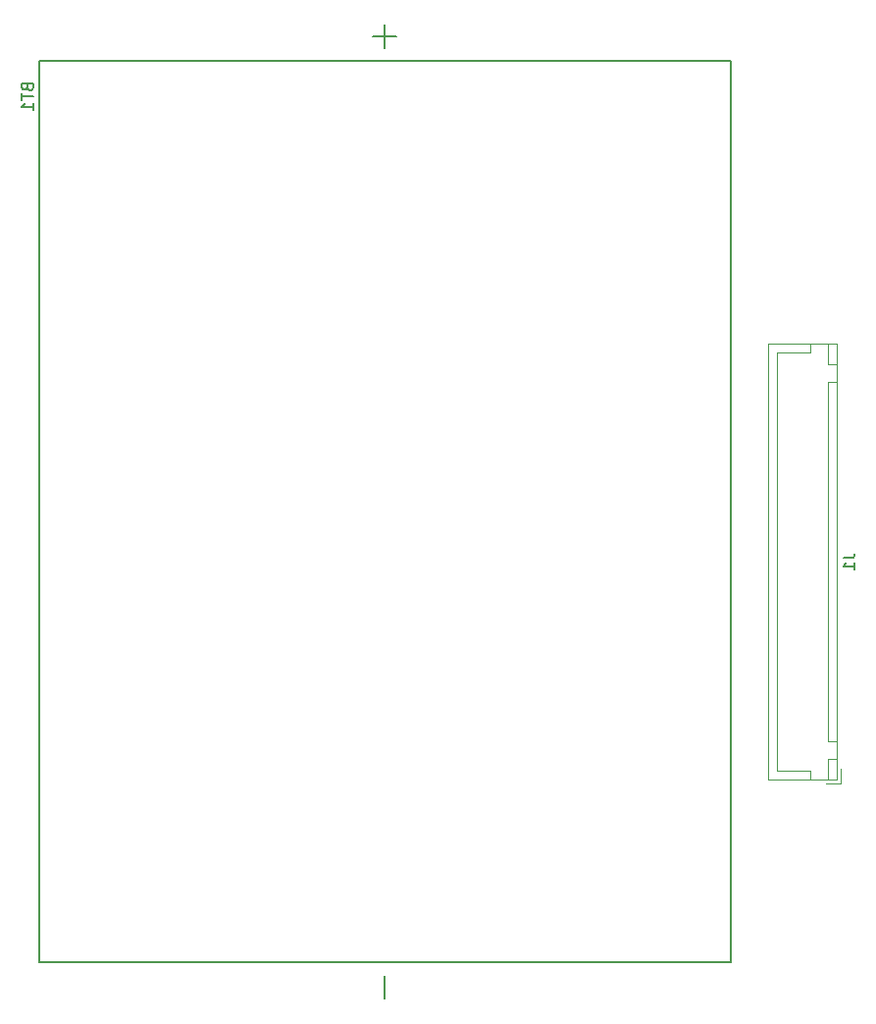
<source format=gbr>
%TF.GenerationSoftware,KiCad,Pcbnew,(5.1.9)-1*%
%TF.CreationDate,2021-11-29T10:56:02+07:00*%
%TF.ProjectId,Hackathon_PCB,4861636b-6174-4686-9f6e-5f5043422e6b,rev?*%
%TF.SameCoordinates,Original*%
%TF.FileFunction,Legend,Bot*%
%TF.FilePolarity,Positive*%
%FSLAX46Y46*%
G04 Gerber Fmt 4.6, Leading zero omitted, Abs format (unit mm)*
G04 Created by KiCad (PCBNEW (5.1.9)-1) date 2021-11-29 10:56:02*
%MOMM*%
%LPD*%
G01*
G04 APERTURE LIST*
%ADD10C,0.127000*%
%ADD11C,0.120000*%
%ADD12C,0.150000*%
G04 APERTURE END LIST*
D10*
%TO.C,BT1*%
X69785000Y-32720000D02*
X69785000Y-110420000D01*
X69785000Y-110420000D02*
X129475000Y-110420000D01*
X129475000Y-110420000D02*
X129475000Y-32720000D01*
X129475000Y-32720000D02*
X69785000Y-32720000D01*
X98630000Y-30570000D02*
X100630000Y-30570000D01*
X99630000Y-29570000D02*
X99630000Y-31570000D01*
X99630000Y-111570000D02*
X99630000Y-113570000D01*
D11*
%TO.C,J1*%
X138940000Y-94960000D02*
X137690000Y-94960000D01*
X138940000Y-93710000D02*
X138940000Y-94960000D01*
X133440000Y-57810000D02*
X133440000Y-75860000D01*
X136390000Y-57810000D02*
X133440000Y-57810000D01*
X136390000Y-57060000D02*
X136390000Y-57810000D01*
X133440000Y-93910000D02*
X133440000Y-75860000D01*
X136390000Y-93910000D02*
X133440000Y-93910000D01*
X136390000Y-94660000D02*
X136390000Y-93910000D01*
X138640000Y-57060000D02*
X138640000Y-58860000D01*
X137890000Y-57060000D02*
X138640000Y-57060000D01*
X137890000Y-58860000D02*
X137890000Y-57060000D01*
X138640000Y-58860000D02*
X137890000Y-58860000D01*
X138640000Y-92860000D02*
X138640000Y-94660000D01*
X137890000Y-92860000D02*
X138640000Y-92860000D01*
X137890000Y-94660000D02*
X137890000Y-92860000D01*
X138640000Y-94660000D02*
X137890000Y-94660000D01*
X138640000Y-60360000D02*
X138640000Y-91360000D01*
X137890000Y-60360000D02*
X138640000Y-60360000D01*
X137890000Y-91360000D02*
X137890000Y-60360000D01*
X138640000Y-91360000D02*
X137890000Y-91360000D01*
X138650000Y-57050000D02*
X138650000Y-94670000D01*
X132680000Y-57050000D02*
X138650000Y-57050000D01*
X132680000Y-94670000D02*
X132680000Y-57050000D01*
X138650000Y-94670000D02*
X132680000Y-94670000D01*
%TO.C,BT1*%
D12*
X68773571Y-34959285D02*
X68821190Y-35102142D01*
X68868809Y-35149761D01*
X68964047Y-35197380D01*
X69106904Y-35197380D01*
X69202142Y-35149761D01*
X69249761Y-35102142D01*
X69297380Y-35006904D01*
X69297380Y-34625952D01*
X68297380Y-34625952D01*
X68297380Y-34959285D01*
X68345000Y-35054523D01*
X68392619Y-35102142D01*
X68487857Y-35149761D01*
X68583095Y-35149761D01*
X68678333Y-35102142D01*
X68725952Y-35054523D01*
X68773571Y-34959285D01*
X68773571Y-34625952D01*
X68297380Y-35483095D02*
X68297380Y-36054523D01*
X69297380Y-35768809D02*
X68297380Y-35768809D01*
X69297380Y-36911666D02*
X69297380Y-36340238D01*
X69297380Y-36625952D02*
X68297380Y-36625952D01*
X68440238Y-36530714D01*
X68535476Y-36435476D01*
X68583095Y-36340238D01*
%TO.C,J1*%
X139192380Y-75526666D02*
X139906666Y-75526666D01*
X140049523Y-75479047D01*
X140144761Y-75383809D01*
X140192380Y-75240952D01*
X140192380Y-75145714D01*
X140192380Y-76526666D02*
X140192380Y-75955238D01*
X140192380Y-76240952D02*
X139192380Y-76240952D01*
X139335238Y-76145714D01*
X139430476Y-76050476D01*
X139478095Y-75955238D01*
%TD*%
M02*

</source>
